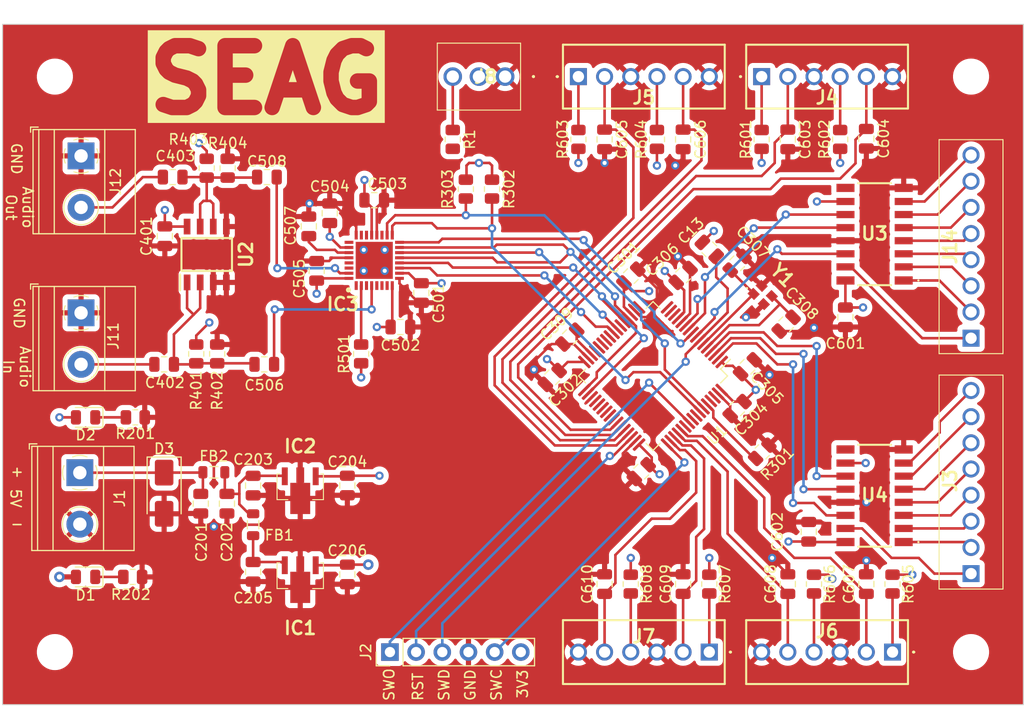
<source format=kicad_pcb>
(kicad_pcb (version 20221018) (generator pcbnew)
  (layers (0 "F.Cu" signal) (1 "In1.Cu" power) (2 "In2.Cu" power) (31 "B.Cu" signal) (34 "B.Paste" user) (35 "F.Paste" user) (36 "B.SilkS" user "B.Silkscreen") (37 "F.SilkS" user "F.Silkscreen") (38 "B.Mask" user) (39 "F.Mask" user) (44 "Edge.Cuts" user))
  (net 0 "")
  (net 1 "Net-(IC2-IN)")
  (net 2 "Net-(IC1-IN)")
  (net 3 "+3.3VA")
  (net 4 "GND")
  (net 5 "+3V3")
  (net 6 "/MCU/SWO")
  (net 7 "/MCU/NRST")
  (net 8 "/MCU/SWDIO")
  (net 9 "/MCU/SWCLK")
  (net 10 "/MCU/OSC_IN")
  (net 11 "/MCU/OSC_OUT")
  (net 17 "MCLK")
  (net 23 "Net-(U1-VCAP_1)")
  (net 24 "unconnected-(U1-PB14-Pad35)")
  (net 31 "Net-(D3-A1)")
  (net 34 "Net-(D1-K)")
  (net 35 "Net-(D2-K)")
  (net 36 "Net-(IC3-LINPUT3{slash}JD2)")
  (net 37 "AudioInFilt")
  (net 38 "/MCU/BOOT0")
  (net 50 "I2C.SDA")
  (net 51 "I2C.SCL")
  (net 53 "/IO/Q0b")
  (net 54 "/IO/Q1b")
  (net 55 "/IO/Q2b")
  (net 56 "/IO/Q3b")
  (net 57 "/IO/Q4b")
  (net 58 "/IO/Q5b")
  (net 59 "/IO/Q6b")
  (net 60 "/IO/Q7b")
  (net 61 "/IO/Q0l")
  (net 62 "/IO/Q1l")
  (net 63 "/IO/Q2l")
  (net 64 "/IO/Q3l")
  (net 65 "/IO/Q4l")
  (net 66 "/IO/Q5l")
  (net 67 "/IO/Q6l")
  (net 68 "/IO/Q7l")
  (net 69 "ShiftRegFDat")
  (net 70 "ShiftRegFClk")
  (net 71 "I2S.ASD")
  (net 72 "I2S.WS")
  (net 73 "I2S.CLK")
  (net 74 "I2S.DSD")
  (net 75 "ShiftRegBarDat")
  (net 76 "ShiftRegBarClk")
  (net 77 "ShiftRegBarStoClk")
  (net 79 "ShiftRegFStoClk")
  (net 80 "/AudioFiltering/AudioIn")
  (net 81 "Net-(IC3-LINPUT1)")
  (net 82 "Net-(IC3-VMID)")
  (net 83 "Net-(IC3-HP_L)")
  (net 84 "AudioOut")
  (net 85 "Net-(J12-Pin_2)")
  (net 86 "ToggleInput8")
  (net 87 "ToggleInput7")
  (net 88 "ToggleInput6")
  (net 89 "ToggleInput5")
  (net 90 "ToggleInput4")
  (net 91 "ToggleInput3")
  (net 92 "ToggleInput2")
  (net 93 "ToggleInput1")
  (net 94 "Net-(J4-Pin_1)")
  (net 95 "Net-(J4-Pin_4)")
  (net 96 "Net-(J5-Pin_1)")
  (net 97 "Net-(J5-Pin_4)")
  (net 98 "Net-(J6-Pin_1)")
  (net 99 "Net-(J6-Pin_4)")
  (net 100 "Net-(J7-Pin_1)")
  (net 101 "Net-(J7-Pin_4)")
  (net 105 "PotInput")
  (net 106 "Net-(J8-Pin_3)")
  (footprint "TerminalBlock_Phoenix:TerminalBlock_Phoenix_MKDS-1,5-2_1x02_P5.00mm_Horizontal" (layer "F.Cu") (at 58.3 129.9 -90)
    (fp_text reference "J1")
    (fp_text value "Screw_Terminal_01x02")
  )
  (footprint "Resistor_SMD:R_0805_2012Metric" (layer "F.Cu") (at 124.46 97.536 -90)
    (fp_text reference "R601")
    (fp_text value "10K")
  )
  (footprint "MyLibrary:AP736533YG13" (layer "F.Cu") (at 79.687 139.904 180)
    (fp_text reference "IC1")
    (fp_text value "~" hide)
  )
  (footprint "Capacitor_SMD:C_0805_2012Metric" (layer "F.Cu") (at 66.482 119.38)
    (fp_text reference "C402")
    (fp_text value "100n")
  )
  (footprint "Capacitor_SMD:C_0805_2012Metric" (layer "F.Cu") (at 82.55 104.707999 90)
    (fp_text reference "C504")
    (fp_text value "4u7")
  )
  (footprint "TerminalBlock_Phoenix:TerminalBlock_Phoenix_MKDS-1,5-2_1x02_P5.00mm_Horizontal" (layer "F.Cu") (at 58.42 114.38 -90)
    (fp_text reference "J11")
    (fp_text value "Screw_Terminal_01x02")
  )
  (footprint "SamacSys_Parts:SOIC127P600X175-8N" (layer "F.Cu") (at 70.612 108.712 90)
    (fp_text reference "U2")
    (fp_text value "~" hide)
  )
  (footprint "SamacSys_Parts:1725711" (layer "F.Cu") (at 144.78 116.84 90)
    (fp_text reference "J14")
    (fp_text value "Screw_Terminal_01x08" hide)
  )
  (footprint "Capacitor_SMD:C_0805_2012Metric" (layer "F.Cu") (at 76.454 101.1955 180)
    (fp_text reference "C508")
    (fp_text value "100u")
  )
  (footprint "MountingHole:MountingHole_3mm" (layer "F.Cu") (at 144.78 147.32)
    (fp_text reference "H4" hide)
    (fp_text value "MountingHole")
  )
  (footprint "Capacitor_SMD:C_0805_2012Metric" (layer "F.Cu") (at 119.38 108.204 -45)
    (fp_text reference "C13")
    (fp_text value "100n")
  )
  (footprint "Capacitor_SMD:C_0805_2012Metric" (layer "F.Cu") (at 89.408001 115.75326)
    (fp_text reference "C502")
    (fp_text value "100n")
  )
  (footprint "Resistor_SMD:R_0805_2012Metric" (layer "F.Cu") (at 63.685 124.526 180)
    (fp_text reference "R201")
    (fp_text value "1K")
  )
  (footprint "Capacitor_SMD:C_0805_2012Metric" (layer "F.Cu") (at 123.083608 119.610734 45)
    (fp_text reference "C305")
    (fp_text value "100n")
  )
  (footprint "Capacitor_SMD:C_0805_2012Metric" (layer "F.Cu") (at 127 140.716 90)
    (fp_text reference "C608")
    (fp_text value "100n")
  )
  (footprint "Resistor_SMD:R_0805_2012Metric" (layer "F.Cu") (at 124.520449 127.87257 -135)
    (fp_text reference "R301")
    (fp_text value "10K")
  )
  (footprint "Capacitor_SMD:C_0805_2012Metric" (layer "F.Cu") (at 127 97.536 -90)
    (fp_text reference "C603")
    (fp_text value "100n")
  )
  (footprint "Capacitor_SMD:C_0805_2012Metric" (layer "F.Cu") (at 109.22 140.716 90)
    (fp_text reference "C610")
    (fp_text value "100n")
  )
  (footprint "Resistor_SMD:R_0805_2012Metric" (layer "F.Cu") (at 106.68 97.536 -90)
    (fp_text reference "R603")
    (fp_text value "10K")
  )
  (footprint "Resistor_SMD:R_0805_2012Metric" (layer "F.Cu") (at 70.612 100.33 90)
    (fp_text reference "R403")
    (fp_text value "100K")
  )
  (footprint "Capacitor_SMD:C_0805_2012Metric" (layer "F.Cu") (at 134.62 97.47 -90)
    (fp_text reference "C604")
    (fp_text value "100n")
  )
  (footprint "SamacSys_Parts:1725711" (layer "F.Cu") (at 144.78 139.7 90)
    (fp_text reference "J3")
    (fp_text value "Screw_Terminal_01x08" hide)
  )
  (footprint "Capacitor_SMD:C_0805_2012Metric" (layer "F.Cu") (at 134.62 140.716 90)
    (fp_text reference "C607")
    (fp_text value "100n")
  )
  (footprint "Resistor_SMD:R_0805_2012Metric" (layer "F.Cu") (at 129.54 140.716 90)
    (fp_text reference "R606")
    (fp_text value "10K")
  )
  (footprint "Capacitor_SMD:C_0805_2012Metric" (layer "F.Cu") (at 66.547999 106.934 -90)
    (fp_text reference "C401")
    (fp_text value "100n")
  )
  (footprint "Resistor_SMD:R_0805_2012Metric" (layer "F.Cu") (at 98.298 102.362 -90)
    (fp_text reference "R302")
    (fp_text value "10K")
  )
  (footprint "Capacitor_SMD:C_0805_2012Metric" (layer "F.Cu") (at 112.776 129.794 -135)
    (fp_text reference "C303" hide)
    (fp_text value "100n")
  )
  (footprint "SamacSys_Parts:74HC595DQ100118" (layer "F.Cu") (at 135.42 132.14 180)
    (fp_text reference "U4")
    (fp_text value "~" hide)
  )
  (footprint "Capacitor_SMD:C_0805_2012Metric" (layer "F.Cu") (at 84.259 139.779 -90)
    (fp_text reference "C206")
    (fp_text value "1u")
  )
  (footprint "SamacSys_Parts:FW2500025Z" (layer "F.Cu") (at 124.566066 112.643883 -45)
    (fp_text reference "Y1")
    (fp_text value "Crystal_GND24" hide)
  )
  (footprint "SamacSys_Parts:2828343" (layer "F.Cu") (at 99.568 91.44 180)
    (fp_text reference "J8")
    (fp_text value "Screw_Terminal_01x03" hide)
  )
  (footprint "Capacitor_SMD:C_0805_2012Metric" (layer "F.Cu") (at 104.14 120.65 -135)
    (fp_text reference "C302")
    (fp_text value "100n")
  )
  (footprint "Resistor_SMD:R_0805_2012Metric" (layer "F.Cu") (at 114.3 97.536 -90)
    (fp_text reference "R604")
    (fp_text value "10K")
  )
  (footprint "Resistor_SMD:R_0805_2012Metric" (layer "F.Cu") (at 71.628 118.364 90)
    (fp_text reference "R402")
    (fp_text value "100K")
  )
  (footprint "Capacitor_SMD:C_0805_2012Metric" (layer "F.Cu") (at 116.84 97.536 -90)
    (fp_text reference "C606")
    (fp_text value "100n")
  )
  (footprint "Capacitor_SMD:C_0805_2012Metric" (layer "F.Cu") (at 129.032 135.636 90)
    (fp_text reference "C602")
    (fp_text value "100n")
  )
  (footprint "MyLibrary:AP736533YG13" (layer "F.Cu") (at 79.687 131.268 180)
    (fp_text reference "IC2")
    (fp_text value "~" hide)
  )
  (footprint "Capacitor_SMD:C_0805_2012Metric" (layer "F.Cu") (at 116.84 110.744 45)
    (fp_text reference "C306")
    (fp_text value "100n")
  )
  (footprint "Capacitor_SMD:C_0805_2012Metric" (layer "F.Cu") (at 75.115 131.152 -90)
    (fp_text reference "C203")
    (fp_text value "1u")
  )
  (footprint "Capacitor_SMD:C_0805_2012Metric" (layer "F.Cu") (at 75.115 139.525 -90)
    (fp_text reference "C205")
    (fp_text value "1u")
  )
  (footprint "Capacitor_SMD:C_0805_2012Metric" (layer "F.Cu") (at 109.22 97.536 -90)
    (fp_text reference "C605")
    (fp_text value "100n")
  )
  (footprint "LED_SMD:LED_0805_2012Metric" (layer "F.Cu") (at 58.859 140.02 180)
    (fp_text reference "D1")
    (fp_text value "RED LED")
  )
  (footprint "SamacSys_Parts:1725698" (layer "F.Cu") (at 137.16 147.32 180)
    (fp_text reference "J6")
    (fp_text value "Screw_Terminal_01x06" hide)
  )
  (footprint "Resistor_SMD:R_0805_2012Metric" (layer "F.Cu") (at 119.38 140.716 90)
    (fp_text reference "R607")
    (fp_text value "10K")
  )
  (footprint "Capacitor_SMD:C_0805_2012Metric" (layer "F.Cu") (at 84.259 131.143 -90)
    (fp_text reference "C204")
    (fp_text value "1u")
  )
  (footprint "Capacitor_SMD:C_0805_2012Metric" (layer "F.Cu") (at 80.518 105.977998 90)
    (fp_text reference "C507")
    (fp_text value "4.7u")
  )
  (footprint "Capacitor_SMD:C_0805_2012Metric" (layer "F.Cu") (at 81.280001 110.295998 90)
    (fp_text reference "C505")
    (fp_text value "100n")
  )
  (footprint "Resistor_SMD:R_0805_2012Metric" (layer "F.Cu") (at 69.596 118.364 -90)
    (fp_text reference "R401")
    (fp_text value "100K")
  )
  (footprint "Capacitor_SMD:C_0805_2012Metric" (layer "F.Cu") (at 72.575 132.908 -90)
    (fp_text reference "C202")
    (fp_text value "2u2")
  )
  (footprint "SamacSys_Parts:1725698" (layer "F.Cu") (at 124.46 91.44)
    (fp_text reference "J4")
    (fp_text value "Screw_Terminal_01x06" hide)
  )
  (footprint "Diode_SMD:D_SMA" (layer "F.Cu") (at 66.479 131.892 -90)
    (fp_text reference "D3")
    (fp_text value "SMAJ6.5A")
  )
  (footprint "Connector_PinHeader_2.54mm:PinHeader_1x06_P2.54mm_Vertical" (layer "F.Cu") (at 88.392 147.32 90)
    (fp_text reference "J2")
    (fp_text value "Conn_01x06_Pin")
  )
  (footprint "SamacSys_Parts:1725698" (layer "F.Cu") (at 119.38 147.32 180)
    (fp_text reference "J7")
    (fp_text value "Screw_Terminal_01x06" hide)
  )
  (footprint "Capacitor_SMD:C_0805_2012Metric" (layer "F.Cu") (at 126.836249 115.479751 -135)
    (fp_text reference "C308")
    (fp_text value "4p")
  )
  (footprint "Resistor_SMD:R_0805_2012Metric" (layer "F.Cu") (at 137.16 140.716 90)
    (fp_text reference "R605")
    (fp_text value "10K")
  )
  (footprint "Capacitor_SMD:C_0805_2012Metric" (layer "F.Cu") (at 111.768485 110.810083 45)
    (fp_text reference "C301")
    (fp_text value "100n")
  )
  (footprint "LED_SMD:LED_0805_2012Metric" (layer "F.Cu") (at 58.859 124.526 180)
    (fp_text reference "D2")
    (fp_text value "RED LED")
  )
  (footprint "Capacitor_SMD:C_0805_2012Metric" (layer "F.Cu") (at 122.079179 123.66845 -135)
    (fp_text reference "C304")
    (fp_text value "100n")
  )
  (footprint "Capacitor_SMD:C_0805_2012Metric" (layer "F.Cu") (at 132.588 114.808 -90)
    (fp_text reference "C601")
    (fp_text value "100n")
  )
  (footprint "Resistor_SMD:R_0805_2012Metric" (layer "F.Cu") (at 63.431 140.02)
    (fp_text reference "R202")
    (fp_text value "1K")
  )
  (footprint "TerminalBlock_Phoenix:TerminalBlock_Phoenix_MKDS-1,5-2_1x02_P5.00mm_Horizontal" (layer "F.Cu") (at 58.42 99.14 -90)
    (fp_text reference "J12")
    (fp_text value "Screw_Terminal_01x02")
  )
  (footprint "Capacitor_SMD:C_0805_2012Metric" (layer "F.Cu") (at 122.083751 109.564249 45)
    (fp_text reference "C307")
    (fp_text value "4p")
  )
  (footprint "MountingHole:MountingHole_3mm" (layer "F.Cu") (at 55.88 91.44)
    (fp_text reference "H1" hide)
    (fp_text value "MountingHole")
  )
  (footprint "Inductor_SMD:L_0805_2012Metric" (layer "F.Cu") (at 75.115 134.953 -90)
    (fp_text reference "FB1")
    (fp_text value "120R")
  )
  (footprint "Capacitor_SMD:C_0805_2012Metric" (layer "F.Cu") (at 105.841516 116.737052 -135)
    (fp_text reference "C309")
    (fp_text value "4.7u")
  )
  (footprint "Inductor_SMD:L_0805_2012Metric" (layer "F.Cu") (at 71.305 129.86)
    (fp_text reference "FB2")
    (fp_text value "600R")
  )
  (footprint "Resistor_SMD:R_0805_2012Metric" (layer "F.Cu") (at 94.488 97.536 -90)
    (fp_text reference "R1")
    (fp_text value "10K")
  )
  (footprint "Capacitor_SMD:C_0805_2012Metric" (layer "F.Cu") (at 91.44 112.451261 -90)
    (fp_text reference "C501")
    (fp_text value "100n")
  )
  (footprint "Resistor_SMD:R_0805_2012Metric" (layer "F.Cu") (at 95.758 102.362 -90)
    (fp_text reference "R303")
    (fp_text value "10K")
  )
  (footprint "SamacSys_Parts:QFN50P500X500X100-33N" (layer "F.Cu") (at 86.868 109.28 90)
    (fp_text reference "IC3")
    (fp_text value "~" hide)
  )
  (footprint "Package_QFP:LQFP-64_10x10mm_P0.5mm" (layer "F.Cu") (at 113.923747 120.508759 -135)
    (fp_text reference "U1")
    (fp_text value "STM32F722RCTx")
  )
  (footprint "Resistor_SMD:R_0805_2012Metric" (layer "F.Cu") (at 85.598 118.364 90)
    (fp_text reference "R501")
    (fp_text value "33k")
  )
  (footprint "Capacitor_SMD:C_0805_2012Metric" (layer "F.Cu") (at 67.31 101.1955 180)
    (fp_text reference "C403")
    (fp_text value "100n")
  )
  (footprint "MountingHole:MountingHole_3mm" (layer "F.Cu") (at 144.78 91.44)
    (fp_text reference "H3" hide)
    (fp_text value "MountingHole")
  )
  (footprint "Capacitor_SMD:C_0805_2012Metric" (layer "F.Cu") (at 116.84 140.716 90)
    (fp_text reference "C609")
    (fp_text value "100n")
  )
  (footprint "SamacSys_Parts:1725698" (layer "F.Cu") (at 106.68 91.44)
    (fp_text reference "J5")
    (fp_text value "Screw_Terminal_01x06" hide)
  )
  (footprint "Capacitor_SMD:C_0805_2012Metric" (layer "F.Cu") (at 70.035 132.908 -90)
    (fp_text reference "C201")
    (fp_text value "100u")
  )
  (footprint "Capacitor_SMD:C_0805_2012Metric" (layer "F.Cu") (at 86.868 103.437997)
    (fp_text reference "C503")
    (fp_text value "4u7")
  )
  (footprint "Capacitor_SMD:C_0805_2012Metric" (layer "F.Cu") (at 76.2 119.38)
    (fp_text reference "C506")
    (fp_text value "1u")
  )
  (footprint "Resistor_SMD:R_0805_2012Metric" (layer "F.Cu") (at 111.76 140.716 90)
    (fp_text reference "R608")
    (fp_text value "10K")
  )
  (footprint "Resistor_SMD:R_0805_2012Metric" (layer "F.Cu") (at 72.644 100.33 90)
    (fp_text reference "R404")
    (fp_text value "100K")
  )
  (footprint "MountingHole:MountingHole_3mm" (layer "F.Cu") (at 55.88 147.32)
    (fp_text reference "H2" hide)
    (fp_text value "MountingHole")
  )
  (footprint "Resistor_SMD:R_0805_2012Metric" (layer "F.Cu") (at 132.08 97.536 -90)
    (fp_text reference "R602")
    (fp_text value "10K")
  )
  (footprint "SamacSys_Parts:74HC595DQ100118" (layer "F.Cu") (at 135.42 106.74 180)
    (fp_text reference "U3")
    (fp_text value "~" hide)
  )
  (gr_rect (start 50.8 86.36) (end 149.86 152.424) (stroke (width 0.1)) (fill none) (layer "Edge.Cuts"))
  (gr_text "Audio\nOut" (at 51.054 104.14 -90) (layer "F.SilkS") (effects (font (size 1 1)) (justify bottom)))
  (gr_text "SWO" (at 88.9 152.146 90) (layer "F.SilkS") (effects (font (size 1 1)) (justify left bottom)))
  (gr_text "GND" (at 51.816 112.776 -90) (layer "F.SilkS") (effects (font (size 1 1)) (justify left bottom)))
  (gr_text "Audio\nIn" (at 50.8 119.634 -90) (layer "F.SilkS") (effects (font (size 1 1)) (justify bottom)))
  (gr_text "SWD" (at 94.234 152.146 90) (layer "F.SilkS") (effects (font (size 1 1)) (justify left bottom)))
  (gr_text "5V" (at 51.493 131.384 -90) (layer "F.SilkS") (effects (font (size 1 1)) (justify left bottom)))
  (gr_text "3V3" (at 101.854 151.892 90) (layer "F.SilkS") (effects (font (size 1 1)) (justify left bottom)))
  (gr_text "SEAG" (at 64.262 95.25) (layer "F.SilkS" knockout) (effects (font (size 6 6) (thickness 1.5) bold) (justify left bottom)))
  (gr_text "RST" (at 91.694 152.146 90) (layer "F.SilkS") (effects (font (size 1 1)) (justify left bottom)))
  (gr_text "GND" (at 51.562001 97.79 -90) (layer "F.SilkS") (effects (font (size 1 1)) (justify left bottom)))
  (gr_text "-" (at 51.493 135.448) (layer "F.SilkS") (effects (font (size 1 1)) (justify left bottom)))
  (gr_text "GND" (at 96.774 152.146 90) (layer "F.SilkS") (effects (font (size 1 1)) (justify left bottom)))
  (gr_text "SWC" (at 99.314 152.146 90) (layer "F.SilkS") (effects (font (size 1 1)) (justify left bottom)))
  (gr_text "+" (at 51.493 130.368) (layer "F.SilkS") (effects (font (size 1 1)) (justify left bottom)))
  (segment (start 72.3675 129.86) (end 72.3675 131.7505) (width 0.25) (layer "F.Cu") (net 1))
  (segment (start 74.522 130.202) (end 75.115 130.202) (width 0.25) (layer "F.Cu") (net 1))
  (segment (start 78.138 130.202) (end 78.187 130.251) (width 0.25) (layer "F.Cu") (net 1))
  (segment (start 72.575 131.958) (end 73.779 131.958) (width 0.25) (layer "F.Cu") (net 1))
  (segment (start 73.779 132.961) (end 74.7085 133.8905) (width 0.25) (layer "F.Cu") (net 1))
  (segment (start 72.3675 131.7505) (end 72.575 131.958) (width 0.25) (layer "F.Cu") (net 1))
  (segment (start 73.779 131.958) (end 73.779 130.945) (width 0.25) (layer "F.Cu") (net 1))
  (segment (start 74.7085 133.8905) (end 75.115 133.8905) (width 0.25) (layer "F.Cu") (net 1))
  (segment (start 75.115 130.202) (end 78.138 130.202) (width 0.25) (layer "F.Cu") (net 1))
  (segment (start 73.779 131.958) (end 73.779 132.961) (width 0.25) (layer "F.Cu") (net 1))
  (segment (start 73.779 130.945) (end 74.522 130.202) (width 0.25) (layer "F.Cu") (net 1))
  (segment (start 77.875 138.575) (end 78.187 138.887) (width 0.25) (layer "F.Cu") (net 2))
  (segment (start 75.115 138.575) (end 77.875 138.575) (width 0.25) (layer "F.Cu") (net 2))
  (segment (start 75.115 136.0155) (end 75.115 138.575) (width 0.25) (layer "F.Cu") (net 2))
  (segment (start 84.201 138.887) (end 84.259 138.829) (width 0.25) (layer "F.Cu") (net 3))
  (segment (start 116.941511 112.189013) (end 116.168249 111.415751) (width 0.25) (layer "F.Cu") (net 3))
  (segment (start 84.418 111.029998) (end 81.496 111.029997) (width 0.25) (layer "F.Cu") (net 3))
  (segment (start 81.318 111.029997) (end 81.280001 110.991999) (width 0.25) (layer "F.Cu") (net 3))
  (segment (start 116.345588 114.904938) (end 116.941511 114.309015) (width 0.25) (layer "F.Cu") (net 3))
  (segment (start 81.187 138.887) (end 84.201 138.887) (width 0.25) (layer "F.Cu") (net 3))
  (segment (start 70.612 99.4175) (end 70.612 98.6555) (width 0.25) (layer "F.Cu") (net 3))
  (segment (start 86.618001 104.137998) (end 85.918001 103.437998) (width 0.25) (layer "F.Cu") (net 3))
  (segment (start 70.612 98.6555) (end 69.85 97.8935) (width 0.25) (layer "F.Cu") (net 3))
  (segment (start 66.547999 105.984) (end 66.548 104.394) (width 0.25) (layer "F.Cu") (net 3))
  (segment (start 115.062 110.309502) (end 116.168249 111.415751) (width 0.25) (layer "F.Cu") (net 3))
  (segment (start 66.565 106.001) (end 66.547999 105.984001) (width 0.25) (layer "F.Cu") (net 3))
  (segment (start 86.618001 106.829998) (end 86.618001 104.137998) (width 0.25) (layer "F.Cu") (net 3))
  (segment (start 81.280001 111.245998) (end 81.28 112.522) (width 0.25) (layer "F.Cu") (net 3))
  (segment (start 85.918 103.437999) (end 85.918 101.471999) (width 0.25) (layer "F.Cu") (net 3))
  (segment (start 57.9215 140.02) (end 56.319 140.02) (width 0.508) (layer "F.Cu") (net 3))
  (segment (start 68.706999 106.001) (end 66.565 106.001) (width 0.25) (layer "F.Cu") (net 3))
  (segment (start 82.55 106.993999) (end 82.55 105.657997) (width 0.25) (layer "F.Cu") (net 3))
  (segment (start 85.598 119.2765) (end 85.598 120.65) (width 0.25) (layer "F.Cu") (net 3))
  (segment (start 86.466 139.004) (end 86.291 138.829) (width 0.25) (layer "F.Cu") (net 3))
  (segment (start 116.941511 114.309015) (end 116.941511 112.189013) (width 0.25) (layer "F.Cu") (net 3))
  (segment (start 86.291 138.829) (end 84.259 138.829) (width 0.25) (layer "F.Cu") (net 3))
  (segment (start 81.496 111.029997) (end 81.280001 111.245998) (width 0.25) (layer "F.Cu") (net 3))
  (segment (start 69.596 117.4515) (end 69.596 116.586) (width 0.25) (layer "F.Cu") (net 3))
  (segment (start 69.596 116.586) (end 70.866 115.316) (width 0.25) (layer "F.Cu") (net 3))
  (segment (start 83.586 108.03) (end 84.418 108.03) (width 0.25) (layer "F.Cu") (net 3))
  (segment (start 82.55 106.993999) (end 83.586 108.03) (width 0.25) (layer "F.Cu") (net 3))
  (via (at 69.85 97.8935) (size 0.8) (drill 0.4) (layers "F.Cu" "B.Cu") (net 3))
  (via (at 82.55 106.993999) (size 0.8) (drill 0.4) (layers "F.Cu" "B.Cu") (net 3))
  (via (at 85.918001 101.471998) (size 0.8) (drill 0.4) (layers "F.Cu" "B.Cu") (net 3))
  (via (at 85.598 120.65) (size 0.8) (drill 0.4) (layers "F.Cu" "B.Cu") (net 3))
  (via (at 56.319 140.02) (size 1.016) (drill 0.508) (layers "F.Cu" "B.Cu") (net 3))
  (via (at 81.28 112.522) (size 0.8) (drill 0.4) (layers "F.Cu" "B.Cu") (net 3))
  (via (at 86.291 138.829) (size 1.016) (drill 0.508) (layers "F.Cu" "B.Cu") (net 3))
  (via (at 66.548 104.394) (size 0.8) (drill 0.4) (layers "F.Cu" "B.Cu") (net 3))
  (via (at 70.866 115.316) (size 0.8) (drill 0.4) (layers "F.Cu" "B.Cu") (net 3))
  (via (at 115.062 110.309502) (size 0.8) (drill 0.4) (layers "F.Cu" "B.Cu") (net 3))
  (segment (start 112.804937 114.793755) (end 113.298245 114.793755) (width 0.25) (layer "F.Cu") (net 4))
  (segment (start 112.209013 114.197831) (end 112.804937 114.793755) (width 0.25) (layer "F.Cu") (net 4))
  (segment (start 105.169765 117.408803) (end 104.069892 117.408803) (width 0.25) (layer "F.Cu") (net 4))
  (segment (start 87.118 106.829997) (end 87.118001 104.137998) (width 0.25) (layer "F.Cu") (net 4))
  (segment (start 116.84 98.486) (end 116.84 99.314) (width 0.25) (layer "F.Cu") (net 4))
  (segment (start 82.55 103.757998) (end 82.870002 103.757999) (width 0.25) (layer "F.Cu") (net 4))
  (segment (start 87.118001 104.137998) (end 87.818 103.437999) (width 0.25) (layer "F.Cu") (net 4))
  (segment (start 110.998 128.0307) (end 110.998 129.359502) (width 0.25) (layer "F.Cu") (net 4))
  (segment (start 103.468249 121.321751) (end 102.362 120.215502) (width 0.25) (layer "F.Cu") (net 4))
  (segment (start 134.62 139.766) (end 134.62 138.43) (width 0.25) (layer "F.Cu") (net 4))
  (segment (start 129.212498 116.151502) (end 129.54 115.824) (width 0.25) (layer "F.Cu") (net 4))
  (segment (start 84.418 109.029999) (end 82.8 109.029999) (width 0.25) (layer "F.Cu") (net 4))
  (segment (start 102.362 120.215502) (end 102.362 119.888) (width 0.25) (layer "F.Cu") (net 4))
  (segment (start 114.3 111.998096) (end 112.440236 110.138332) (width 0.25) (layer "F.Cu") (net 4))
  (segment (start 70.035 134.686) (end 70.035 133.858) (width 0.25) (layer "F.Cu") (net 4))
  (segment (start 116.332 108.892498) (end 117.511751 110.072249) (width 0.25) (layer "F.Cu") (net 4))
  (segment (start 112.209013 114.197831) (end 111.613088 113.601908) (width 0.25) (layer "F.Cu") (net 4))
  (segment (start 125.222 120.405624) (end 125.212376 120.396) (width 0.25) (layer "F.Cu") (net 4))
  (segment (start 120.234675 122.223493) (end 121.407428 123.396247) (width 0.25) (layer "F.Cu") (net 4))
  (segment (start 113.298245 114.793755) (end 114.3 113.792) (width 0.25) (layer "F.Cu") (net 4))
  (segment (start 104.069892 117.408803) (end 102.362 119.116695) (width 0.25) (layer "F.Cu") (net 4))
  (segment (start 122.936 114.808) (end 123.391898 114.808) (width 0.25) (layer "F.Cu") (net 4))
  (segment (start 70.477 135.128) (end 70.035 134.686) (width 0.25) (layer "F.Cu") (net 4))
  (segment (start 134.62 132.775) (end 132.595 132.775) (width 0.25) (layer "F.Cu") (net 4))
  (segment (start 105.169765 117.408803) (end 106.227597 117.408803) (width 0.25) (layer "F.Cu") (net 4))
  (segment (start 102.362 119.116695) (end 102.362 119.888) (width 0.25) (layer "F.Cu") (net 4))
  (segment (start 114.3 113.792) (end 114.3 111.998096) (width 0.25) (layer "F.Cu") (net 4))
  (segment (start 116.699141 115.258491) (end 117.511751 114.445881) (width 0.25) (layer "F.Cu") (net 4))
  (segment (start 82.870002 103.757999) (end 85.118001 106.005998) (width 0.25) (layer "F.Cu") (net 4))
  (segment (start 123.755359 118.938983) (end 125.212376 120.396) (width 0.25) (layer "F.Cu") (net 4))
  (segment (start 72.575 134.686) (end 72.575 133.858) (width 0.25) (layer "F.Cu") (net 4))
  (segment (start 72.133 135.128) (end 72.575 134.686) (width 0.25) (layer "F.Cu") (net 4))
  (segment (start 125.212376 120.396) (end 125.222 120.396) (width 0.25) (layer "F.Cu") (net 4))
  (segment (start 80.518 103.823998) (end 80.584 103.757998) (width 0.25) (layer "F.Cu") (net 4))
  (segment (start 71.305 135.128) (end 72.133 135.128) (width 0.25) (layer "F.Cu") (net 4))
  (segment (start 71.305 135.128) (end 70.477 135.128) (width 0.25) (layer "F.Cu") (net 4))
  (segment (start 110.998 129.359502) (end 112.104249 130.465751) (width 0.25) (layer "F.Cu") (net 4))
  (segment (start 80.584 103.757998) (end 82.55 103.757998) (width 0.25) (layer "F.Cu") (net 4))
  (segment (start 112.209013 126.819687) (end 110.998 128.0307) (width 0.25) (layer "F.Cu") (net 4))
  (segment (start 106.227597 117.408803) (end 107.612819 118.794025) (width 0.25) (layer "F.Cu") (net 4))
  (segment (start 126.164498 116.151502) (end 129.212498 116.151502) (width 0.25) (layer "F.Cu") (net 4))
  (segment (start 122.936 114.808) (end 122.936 114.554) (width 0.25) (layer "F.Cu") (net 4))
  (segment (start 109.22 99.822) (end 109.22 98.486) (width 0.25) (layer "F.Cu") (net 4))
  (segment (start 81.596002 109.029998) (end 81.280001 109.346) (width 0.25) (layer "F.Cu") (net 4))
  (segment (start 89.318002 111.53326) (end 91.186002 113.40126) (width 0.25) (layer "F.Cu") (net 4))
  (segment (start 116.84 99.314) (end 116.078 100.076) (width 0.25) (layer "F.Cu") (net 4))
  (segment (start 89.318002 111.029999) (end 89.318002 111.53326) (width 0.25) (layer "F.Cu") (net 4))
  (segment (start 121.407428 123.396247) (end 121.407428 124.340201) (width 0.25) (layer "F.Cu") (net 4))
  (segment (start 117.511751 114.445881) (end 117.511751 110.072249) (width 0.25) (layer "F.Cu") (net 4))
  (segment (start 82.484 109.345998) (end 81.280001 109.346) (width 0.25) (layer "F.Cu") (net 4))
  (segment (start 80.518 105.028) (end 80.518 103.823998) (width 0.25) (layer "F.Cu") (net 4))
  (segment (start 125.476 138.242) (end 127 139.766) (width 0.25) (layer "F.Cu") (net 4))
  (segment (start 125.222 120.396) (end 125.222 120.405624) (width 0.25) (layer "F.Cu") (net 4))
  (segment (start 125.476 138.176) (end 125.476 138.242) (width 0.25) (layer "F.Cu") (net 4))
  (segment (start 85.118001 106.005998) (end 85.118001 106.829998) (width 0.25) (layer "F.Cu") (net 4))
  (segment (start 82.8 109.029999) (end 82.484 109.345998) (width 0.25) (layer "F.Cu") (net 4))
  (segment (start 123.391898 114.808) (end 124.672132 113.527766) (width 0.25) (layer "F.Cu") (net 4))
  (via (at 109.22 99.822) (size 0.8) (drill 0.4) (layers "F.Cu" "B.Cu") (net 4))
  (via (at 116.332 108.892498) (size 0.8) (drill 0.4) (layers "F.Cu" "B.Cu") (net 4))
  (via (at 80.584 103.757998) (size 0.8) (drill 0.4) (layers "F.Cu" "B.Cu") (net 4))
  (via (at 85.852 108.264) (size 0.8) (drill 0.4) (layers "F.Cu" "B.Cu") (net 4))
  (via (at 71.305 135.128) (size 0.8) (drill 0.4) (layers "F.Cu" "B.Cu") (net 4))
  (via (at 125.476 138.176) (size 0.8) (drill 0.4) (layers "F.Cu" "B.Cu") (net 4))
  (via (at 116.078 100.076) (size 0.8) (drill 0.4) (layers "F.Cu" "B.Cu") (net 4))
  (via (at 129.54 115.824) (size 0.8) (drill 0.4) (layers "F.Cu" "B.Cu") (net 4))
  (via (at 125.222 120.396) (size 0.8) (drill 0.4) (layers "F.Cu" "B.Cu") (net 4))
  (via (at 102.362 119.888) (size 0.8) (drill 0.4) (layers "F.Cu" "B.Cu") (net 4))
  (via (at 122.936 114.808) (size 0.8) (drill 0.4) (layers "F.Cu" "B.Cu") (net 4))
  (via (at 134.62 138.43) (size 0.8) (drill 0.4) (layers "F.Cu" "B.Cu") (net 4))
  (via (at 87.884 110.296) (size 0.8) (drill 0.4) (layers "F.Cu" "B.Cu") (net 4))
  (via (at 85.852 110.296) (size 0.8) (drill 0.4) (layers "F.Cu" "B.Cu") (net 4))
  (via (at 87.884 108.264) (size 0.8) (drill 0.4) (layers "F.Cu" "B.Cu") (net 4))
  (via (at 134.62 132.775) (size 0.8) (drill 0.4) (layers "F.Cu" "B.Cu") (net 4))
  (segment (start 132.08 98.4485) (end 132.08 99.822) (width 0.25) (layer "F.Cu") (net 5))
  (segment (start 113.447751 129.122249) (end 114.373502 130.048) (width 0.25) (layer "F.Cu") (net 5))
  (segment (start 121.650302 119.520932) (end 122.411856 120.282486) (width 0.25) (layer "F.Cu") (net 5))
  (segment (start 103.632 118.872) (end 103.705502 118.872) (width 0.25) (layer "F.Cu") (net 5))
  (segment (start 111.096733 113.79266) (end 111.096733 111.481835) (width 0.25) (layer "F.Cu") (net 5))
  (segment (start 84.259 130.193) (end 87.376 130.193) (width 0.25) (layer "F.Cu") (net 5))
  (segment (start 103.705502 118.872) (end 104.811751 119.978249) (width 0.25) (layer "F.Cu") (net 5))
  (segment (start 112.562566 127.17324) (end 113.792 128.402674) (width 0.25) (layer "F.Cu") (net 5))
  (segment (start 123.891831 121.855798) (end 122.750931 122.996698) (width 0.25) (layer "F.Cu") (net 5))
  (segment (start 123.891831 121.855798) (end 122.411857 120.375823) (width 0.25) (layer "F.Cu") (net 5))
  (segment (start 132.588 113.858) (end 134.3 113.858) (width 0.25) (layer "F.Cu") (net 5))
  (segment (start 134.553 128.965) (end 132.595 128.965) (width 0.25) (layer "F.Cu") (net 5))
  (segment (start 84.201 130.251) (end 84.259 130.193) (width 0.25) (layer "F.Cu") (net 5))
  (segment (start 111.855459 114.551385) (end 111.096733 113.79266) (width 0.25) (layer "F.Cu") (net 5))
  (segment (start 95.8215 100.076) (end 95.8215 101.4495) (width 0.25) (layer "F.Cu") (net 5))
  (segment (start 105.642422 119.147578) (end 104.811751 119.978249) (width 0.25) (layer "F.Cu") (net 5))
  (segment (start 121.714987 122.996698) (end 122.750931 122.996698) (width 0.25) (layer "F.Cu") (net 5))
  (segment (start 107.259266 119.147578) (end 105.642422 119.147578) (width 0.25) (layer "F.Cu") (net 5))
  (segment (start 88.618 111.729998) (end 88.618 115.593259) (width 0.25) (layer "F.Cu") (net 5))
  (segment (start 119.814498 106.426) (end 118.708249 107.532249) (width 0.25) (layer "F.Cu") (net 5))
  (segment (start 90.214739 110.529998) (end 91.186001 111.501259) (width 0.25) (layer "F.Cu") (net 5))
  (segment (start 111.8829 112.268) (end 113.538 112.268) (width 0.25) (layer "F.Cu") (net 5))
  (segment (start 98.044 99.822) (end 98.298 100.076) (width 0.25) (layer "F.Cu") (net 5))
  (segment (start 88.458001 115.753262) (end 87.122002 115.75326) (width 0.25) (layer "F.Cu") (net 5))
  (segment (start 122.411857 120.375823) (end 122.411856 120.282486) (width 0.25) (layer "F.Cu") (net 5))
  (segment (start 111.096734 111.481834) (end 111.8829 112.268) (width 0.25) (layer "F.Cu") (net 5))
  (segment (start 57.9215 124.526) (end 56.319 124.526) (width 0.25) (layer "F.Cu") (net 5))
  (segment (start 111.76 139.8035) (end 111.76 138.176) (width 0.25) (layer "F.Cu") (net 5))
  (segment (start 113.538 112.268) (end 113.03 112.268) (width 0.25) (layer "F.Cu") (net 5))
  (segment (start 98.298 100.076) (end 98.298 101.4495) (width 0.25) (layer "F.Cu") (net 5))
  (segment (start 129.54 139.8035) (end 130.9135 139.8035) (width 0.25) (layer "F.Cu") (net 5))
  (segment (start 130.9135 139.8035) (end 131.318 140.208) (width 0.25) (layer "F.Cu") (net 5))
  (segment (start 119.38 139.8035) (end 119.38 138.176) (width 0.25) (layer "F.Cu") (net 5))
  (segment (start 89.318001 110.529999) (end 90.214739 110.529998) (width 0.25) (layer "F.Cu") (net 5))
  (segment (start 124.46 98.4485) (end 124.46 99.822) (width 0.25) (layer "F.Cu") (net 5))
  (segment (start 120.588228 121.86994) (end 121.714987 122.996698) (width 0.25) (layer "F.Cu") (net 5))
  (segment (start 113.792 128.778) (end 113.447751 129.122249) (width 0.25) (layer "F.Cu") (net 5))
  (segment (start 93.406002 111.501258) (end 91.440001 111.501259) (width 0.25) (layer "F.Cu") (net 5))
  (segment (start 81.187 130.251) (end 84.201 130.251) (width 0.25) (layer "F.Cu") (net 5))
  (segment (start 88.618 115.593259) (end 88.458001 115.75326) (width 0.25) (layer "F.Cu") (net 5))
  (segment (start 97.028 99.822) (end 96.0755 99.822) (width 0.25) (layer "F.Cu") (net 5))
  (segment (start 113.792 128.402674) (end 113.792 128.778) (width 0.25) (layer "F.Cu") (net 5))
  (segment (start 129.032 136.586) (end 127.066 136.586) (width 0.25) (layer "F.Cu") (net 5))
  (segment (start 120.588228 119.147579) (end 120.961582 119.520932) (width 0.25) (layer "F.Cu") (net 5))
  (segment (start 114.3 98.4485) (end 114.3 100.076) (width 0.25) (layer "F.Cu") (net 5))
  (segment (start 120.961582 119.520932) (end 121.650302 119.520932) (width 0.25) (layer "F.Cu") (net 5))
  (segment (start 114.373502 130.048) (end 114.554 130.048) (width 0.25) (layer "F.Cu") (net 5))
  (segment (start 96.0755 99.822) (end 95.8215 100.076) (width 0.25) (layer "F.Cu") (net 5))
  (segment (start 132.588 113.858) (end 132.588 111.242) (width 0.25) (layer "F.Cu") (net 5))
  (segment (start 132.588 111.242) (end 132.595 111.235) (width 0.25) (layer "F.Cu") (net 5))
  (segment (start 97.028 99.822) (end 98.044 99.822) (width 0.25) (layer "F.Cu") (net 5))
  (segment (start 132.595 103.565) (end 129.861 103.565) (width 0.25) (layer "F.Cu") (net 5))
  (segment (start 132.595 136.635) (end 129.081 136.635) (width 0.25) (layer "F.Cu") (net 5))
  (segment (start 129.081 136.635) (end 129.032 136.586) (width 0.25) (layer "F.Cu") (net 5))
  (segment (start 106.68 98.4485) (end 106.68 99.822) (width 0.25) (layer "F.Cu") (net 5))
  (segment (start 137.16 139.8035) (end 139.0885 139.8035) (width 0.25) (layer "F.Cu") (net 5))
  (via (at 103.632 118.872) (size 0.8) (drill 0.4) (layers "F.Cu" "B.Cu") (net 5))
  (via (at 119.814498 106.426) (size 0.8) (drill 0.4) (layers "F.Cu" "B.Cu") (net 5))
  (via (at 56.319 124.526) (size 0.8) (drill 0.4) (layers "F.Cu" "B.Cu") (net 5))
  (via (at 87.122002 115.75326) (size 0.8) (drill 0.4) (layers "F.Cu" "B.Cu") (net 5))
  (via (at 131.318 140.208) (size 0.8) (drill 0.4) (layers "F.Cu" "B.Cu") (net 5))
  (via (at 114.3 100.076) (size 0.8) (drill 0.4) (layers "F.Cu" "B.Cu") (net 5))
  (via (at 134.553 128.965) (size 0.8) (drill 0.4) (layers "F.Cu" "B.Cu") (net 5))
  (via (at 139.0885 139.8035) (size 0.8) (drill 0.4) (layers "F.Cu" "B.Cu") (net 5))
  (via (at 97.028 99.822) (size 0.8) (drill 0.4) (layers "F.Cu" "B.Cu") (net 5))
  (via (at 124.46 99.822) (size 0.8) (drill 0.4) (layers "F.Cu" "B.Cu") (net 5))
  (via (at 132.08 99.822) (size 0.8) (drill 0.4) (layers "F.Cu" "B.Cu") (net 5))
  (via (at 106.68 99.822) (size 0.8) (drill 0.4) (layers "F.Cu" "B.Cu") (net 5))
  (via (at 127.066 136.586) (size 0.8) (drill 0.4) (layers "F.Cu" "B.Cu") (net 5))
  (via (at 113.538 112.268) (size 0.8) (drill 0.4) (layers "F.Cu" "B.Cu") (net 5))
  (via (at 93.406002 111.501258) (size 0.8) (drill 0.4) (layers "F.Cu" "B.Cu") (net 5))
  (via (at 114.554 130.048) (size 0.8) (drill 0.4) (layers "F.Cu" "B.Cu") (net 5))
  (via (at 123.891831 121.855798) (size 0.8) (drill 0.4) (layers "F.Cu" "B.Cu") (net 5))
  (via (at 129.825592 103.567482) (size 0.8) (drill 0.4) (layers "F.Cu" "B.Cu") (net 5))
  (via (at 111.76 138.176) (size 0.8) (drill 0.4) (layers "F.Cu" "B.Cu") (net 5))
  (via (at 134.3 113.858) (size 0.8) (drill 0.4) (layers "F.Cu" "B.Cu") (net 5))
  (via (at 87.376 130.193) (size 0.8) (drill 0.4) (layers "F.Cu" "B.Cu") (net 5))
  (via (at 119.38 138.176) (size 0.8) (drill 0.4) (layers "F.Cu" "B.Cu") (net 5))
  (segment (start 117.406248 125.05192) (end 117.406248 125.026248) (width 0.25) (layer "F.Cu") (net 6))
  (segment (start 117.406248 125.026248) (end 113.538 121.158) (width 0.25) (layer "F.Cu") (net 6))
  (via (at 113.538 121.158) (size 0.8) (drill 0.4) (layers "F.Cu" "B.Cu") (net 6))
  (segment (start 113.538 121.158) (end 88.392 146.304) (width 0.25) (layer "B.Cu") (net 6))
  (segment (start 88.392 146.304) (end 88.392 147.32) (width 0.25) (layer "B.Cu") (net 6))
  (segment (start 117.094 119.126) (end 117.094 118.872) (width 0.25) (layer "F.Cu") (net 7))
  (segment (start 120.051751 110.907751) (end 120.051751 108.875751) (width 0.25) (layer "F.Cu") (net 7))
  (segment (start 117.094 118.399166) (end 117.094 119.126) (width 0.25) (layer "F.Cu") (net 7))
  (segment (start 118.466908 117.026258) (end 117.094 118.399166) (width 0.25) (layer "F.Cu") (net 7))
  (segment (start 118.466908 117.026258) (end 121.158 114.335166) (width 0.25) (layer "F.Cu") (net 7))
  (segment (start 121.158 114.335166) (end 121.158 112.014) (width 0.25) (layer "F.Cu") (net 7))
  (segment (start 121.158 112.014) (end 120.051751 110.907751) (width 0.25) (layer "F.Cu") (net 7))
  (via (at 117.094 119.126) (size 0.8) (drill 0.4) (layers "F.Cu" "B.Cu") (net 7))
  (segment (start 90.932 145.288) (end 90.932 147.32) (width 0.25) (layer "B.Cu") (net 7))
  (segment (start 117.094 119.126) (end 90.932 145.288) (width 0.25) (layer "B.Cu") (net 7))
  (segment (start 111.85546 126.466134) (end 110.051594 128.27) (width 0.25) (layer "F.Cu") (net 8))
  (segment (start 110.051594 128.27) (end 109.728 128.27) (width 0.25) (layer "F.Cu") (net 8))
  (via (at 109.728 128.27) (size 0.8) (drill 0.4) (layers "F.Cu" "B.Cu") (net 8))
  (segment (start 93.472 144.526) (end 93.472 147.32) (width 0.25) (layer "B.Cu") (net 8))
  (segment (start 93.472 144.526) (end 109.728 128.27) (width 0.25) (layer "B.Cu") (net 8))
  (segment (start 116.967 128.905) (end 116.967 128.855312) (width 0.25) (layer "F.Cu") (net 9))
  (segment (start 116.967 128.855312) (end 115.284928 127.17324) (width 0.25) (layer "F.Cu") (net 9))
  (via (at 116.967 128.905) (size 0.8) (drill 0.4) (layers "F.Cu" "B.Cu") (net 9))
  (segment (start 98.552 147.32) (end 116.967 128.905) (width 0.25) (layer "B.Cu") (net 9))
  (segment (start 124.206 115.57) (end 126.238 113.538) (width 0.25) (layer "F.Cu") (net 10))
  (segment (start 126.238 113.538) (end 125.449949 112.749949) (width 0.25) (layer "F.Cu") (net 10))
  (segment (start 125.449949 112.749949) (end 127.344249 114.644249) (width 0.25) (layer "F.Cu") (net 10))
  (segment (start 119.174015 117.733365) (end 121.33738 115.57) (width 0.25) (layer "F.Cu") (net 10))
  (segment (start 121.33738 115.57) (end 124.206 115.57) (width 0.25) (layer "F.Cu") (net 10))
  (segment (start 118.820461 117.379811) (end 118.840189 117.379811) (width 0.25) (layer "F.Cu") (net 11))
  (segment (start 118.840189 117.379811) (end 123.682183 112.537817) (width 0.25) (layer "F.Cu") (net 11))
  (segment (start 123.682183 112.506183) (end 121.412 110.236) (width 0.25) (layer "F.Cu") (net 11))
  (segment (start 109.49177 115.723228) (end 110.087693 116.319151) (width 0.25) (layer "F.Cu") (net 17))
  (segment (start 92.97692 110.744) (end 92.26292 110.03) (width 0.25) (layer "F.Cu") (net 17))
  (segment (start 108.357228 115.723228) (end 109.49177 115.723228) (width 0.25) (layer "F.Cu") (net 17))
  (segment (start 103.378 110.744) (end 92.97692 110.744) (width 0.25) (layer "F.Cu") (net 17))
  (segment (start 106.934 114.3) (end 108.357228 115.723228) (width 0.25) (layer "F.Cu") (net 17))
  (segment (start 92.26292 110.03) (end 89.318 110.03) (width 0.25) (layer "F.Cu") (net 17))
  (via (at 103.378 110.744) (size 0.8) (drill 0.4) (layers "F.Cu" "B.Cu") (net 17))
  (via (at 106.934 114.3) (size 0.8) (drill 0.4) (layers "F.Cu" "B.Cu") (net 17))
  (segment (start 106.934 114.3) (end 103.378 110.744) (width 0.25) (layer "B.Cu") (net 17))
  (segment (start 107.966372 118.440472) (end 106.513267 116.987369) (width 0.25) (layer "F.Cu") (net 23))
  (segment (start 106.513267 116.987369) (end 106.513267 116.065299) (width 0.25) (layer "F.Cu") (net 23))
  (segment (start 107.966372 122.577046) (end 107.370448 123.17297) (width 0.25) (layer "F.Cu") (net 24))
  (segment (start 58.3 129.9) (end 66.471 129.9) (width 0.25) (layer "F.Cu") (net 31))
  (segment (start 70.289 129.9065) (end 70.2425 129.86) (width 0.25) (layer "F.Cu") (net 31))
  (segment (start 70.035 130.0675) (end 70.2425 129.86) (width 0.25) (layer "F.Cu") (net 31))
  (segment (start 70.2105 129.892) (end 70.2425 129.86) (width 0.25) (layer "F.Cu") (net 31))
  (segment (start 70.2425 129.86) (end 70.2425 131.7505) (width 0.25) (layer "F.Cu") (net 31))
  (segment (start 66.471 129.9) (end 66.479 129.892) (width 0.25) (layer "F.Cu") (net 31))
  (segment (start 66.479 129.892) (end 70.2105 129.892) (width 0.25) (layer "F.Cu") (net 31))
  (segment (start 70.2425 131.7505) (end 70.035 131.958) (width 0.25) (layer "F.Cu") (net 31))
  (segment (start 62.5185 140.02) (end 59.7965 140.02) (width 0.25) (layer "F.Cu") (net 34))
  (segment (start 62.7725 124.526) (end 59.7965 124.526) (width 0.25) (layer "F.Cu") (net 35))
  (segment (start 85.598 117.4515) (end 85.598 111.75) (width 0.25) (layer "F.Cu") (net 36))
  (segment (start 85.344 117.4515) (end 85.618 117.1775) (width 0.25) (layer "F.Cu") (net 36))
  (segment (start 85.598 111.75) (end 85.618 111.73) (width 0.25) (layer "F.Cu") (net 36))
  (segment (start 71.628 119.2765) (end 75.1465 119.2765) (width 0.25) (layer "F.Cu") (net 37))
  (segment (start 69.342 114.554) (end 69.977 113.919) (width 0.25) (layer "F.Cu") (net 37))
  (segment (start 67.432 119.38) (end 67.432 116.464) (width 0.25) (layer "F.Cu") (net 37))
  (segment (start 71.628 119.2765) (end 69.596 119.2765) (width 0.25) (layer "F.Cu") (net 37))
  (segment (start 68.707 111.423) (end 68.707 113.919) (width 0.25) (layer "F.Cu") (net 37))
  (segment (start 68.707 113.919) (end 69.342 114.554) (width 0.25) (layer "F.Cu") (net 37))
  (segment (start 69.977 113.919) (end 69.977 111.423) (width 0.25) (layer "F.Cu") (net 37))
  (segment (start 75.1465 119.2765) (end 75.25 119.38) (width 0.25) (layer "F.Cu") (net 37))
  (segment (start 67.432 119.38) (end 69.4925 119.38) (width 0.25) (layer "F.Cu") (net 37))
  (segment (start 67.432 116.464) (end 69.342 114.554) (width 0.25) (layer "F.Cu") (net 37))
  (segment (start 69.4925 119.38) (end 69.596 119.2765) (width 0.25) (layer "F.Cu") (net 37))
  (segment (start 119.174014 123.284155) (end 119.76994 123.880079) (width 0.25) (layer "F.Cu") (net 38))
  (segment (start 123.728843 128.517805) (end 123.875214 128.517805) (width 0.25) (layer "F.Cu") (net 38))
  (segment (start 119.76994 123.880079) (end 119.769938 124.558901) (width 0.25) (layer "F.Cu") (net 38))
  (segment (start 119.769938 124.558901) (end 123.728843 128.517805) (width 0.25) (layer "F.Cu") (net 38))
  (segment (start 88.118 106.83) (end 88.118 105.684) (width 0.25) (layer "F.Cu") (net 50))
  (segment (start 88.118 105.684) (end 88.9 104.902) (width 0.25) (layer "F.Cu") (net 50))
  (segment (start 115.062 119.879246) (end 118.820461 123.637707) (width 0.25) (layer "F.Cu") (net 50))
  (segment (start 115.062 117.348) (end 115.062 119.879246) (width 0.25) (layer "F.Cu") (net 50))
  (segment (start 95.758 104.902) (end 95.758 103.2745) (width 0.25) (layer "F.Cu") (net 50))
  (segment (start 88.9 104.902) (end 95.758 104.902) (width 0.25) (layer "F.Cu") (net 50))
  (via (at 95.758 104.902) (size 0.8) (drill 0.4) (layers "F.Cu" "B.Cu") (net 50))
  (via (at 115.062 117.348) (size 0.8) (drill 0.4) (layers "F.Cu" "B.Cu") (net 50))
  (segment (start 112.776 115.062) (end 115.062 117.348) (width 0.25) (layer "B.Cu") (net 50))
  (segment (start 95.758 104.902) (end 103.377999 104.902) (width 0.25) (layer "B.Cu") (net 50))
  (segment (start 103.377999 104.902) (end 112.776 114.300001) (width 0.25) (layer "B.Cu") (net 50))
  (segment (start 112.776 114.300001) (end 112.776 115.062) (width 0.25) (layer "B.Cu") (net 50))
  (segment (start 92.456 105.664) (end 88.9 105.664) (width 0.25) (layer "F.Cu") (net 51))
  (segment (start 92.964 106.172) (end 92.456 105.664) (width 0.25) (layer "F.Cu") (net 51))
  (segment (start 98.298 106.172) (end 92.964 106.172) (width 0.25) (layer "F.Cu") (net 51))
  (segment (start 111.252 120.904) (end 112.014 120.142) (width 0.25) (layer "F.Cu") (net 51))
  (segment (start 112.014 120.142) (end 114.617648 120.142) (width 0.25) (layer "F.Cu") (net 51))
  (segment (start 88.9 105.664) (end 88.618 105.946) (width 0.25) (layer "F.Cu") (net 51))
  (segment (start 114.617648 120.142) (end 118.466908 123.99126) (width 0.25) (layer "F.Cu") (net 51))
  (segment (start 98.298 106.172) (end 98.298 103.2745) (width 0.25) (layer "F.Cu") (net 51))
  (segment (start 88.618 105.946) (end 88.618 106.83) (width 0.25) (layer "F.Cu") (net 51))
  (segment (start 88.618 106.829998) (end 88.618 106.513998) (width 0.25) (layer "F.Cu") (net 51))
  (via (at 111.252 120.904) (size 0.8) (drill 0.4) (layers "F.Cu" "B.Cu") (net 51))
  (via (at 98.298 106.172) (size 0.8) (drill 0.4) (layers "F.Cu" "B.Cu") (net 51))
  (segment (start 98.298 106.172) (end 98.298 107.95) (width 0.25) (layer "B.Cu") (net 51))
  (segment (start 98.298 107.95) (end 111.252 120.904) (width 0.25) (layer "B.Cu") (net 51))
  (segment (start 132.595 109.915) (end 133.12 109.915) (width 0.25) (layer "F.Cu") (net 53))
  (segment (start 140.045 116.84) (end 144.78 116.84) (width 0.25) (layer "F.Cu") (net 53))
  (segment (start 133.12 109.915) (end 140.045 116.84) (width 0.25) (layer "F.Cu") (net 53))
  (segment (start 141.715 111.235) (end 144.78 114.3) (width 0.25) (layer "F.Cu") (net 54))
  (segment (start 138.245 111.235) (end 141.715 111.235) (width 0.25) (layer "F.Cu") (net 54))
  (segment (start 142.935 109.915) (end 144.78 111.76) (width 0.25) (layer "F.Cu") (net 55))
  (segment (start 138.245 109.915) (end 142.935 109.915) (width 0.25) (layer "F.Cu") (net 55))
  (segment (start 138.245 108.645) (end 144.205 108.645) (width 0.25) (layer "F.Cu") (net 56))
  (segment (start 144.205 108.645) (end 144.78 109.22) (width 0.25) (layer "F.Cu") (net 56))
  (segment (start 138.245 107.375) (end 144.085 107.375) (width 0.25) (layer "F.Cu") (net 57))
  (segment (start 144.085 107.375) (end 144.78 106.68) (width 0.25) (layer "F.Cu") (net 57))
  (segment (start 142.815 106.105) (end 144.78 104.14) (width 0.25) (layer "F.Cu") (net 58))
  (segment (start 138.245 106.105) (end 142.815 106.105) (width 0.25) (layer "F.Cu") (net 58))
  (segment (start 141.545 104.835) (end 144.78 101.6) (width 0.25) (layer "F.Cu") (net 59))
  (segment (start 138.245 104.835) (end 141.545 104.835) (width 0.25) (layer "F.Cu") (net 59))
  (segment (start 140.275 103.565) (end 144.78 99.06) (width 0.25) (layer "F.Cu") (net 60))
  (segment (start 138.245 103.565) (end 140.275 103.565) (width 0.25) (layer "F.Cu") (net 60))
  (segment (start 134.2041 135.315) (end 137.0651 138.176) (width 0.25) (layer "F.Cu") (net 61))
  (segment (start 132.595 135.315) (end 134.2041 135.315) (width 0.25) (layer "F.Cu") (net 61))
  (segment (start 141.224 139.7) (end 144.78 139.7) (width 0.25) (layer "F.Cu") (net 61))
  (segment (start 139.7 138.176) (end 141.224 139.7) (width 0.25) (layer "F.Cu") (net 61))
  (segment (start 137.0651 138.176) (end 139.7 138.176) (width 0.25) (layer "F.Cu") (net 61))
  (segment (start 144.255 136.635) (end 144.78 137.16) (width 0.25) (layer "F.Cu") (net 62))
  (segment (start 138.245 136.635) (end 144.255 136.635) (width 0.25) (layer "F.Cu") (net 62))
  (segment (start 144.085 135.315) (end 144.78 134.62) (width 0.25) (layer "F.Cu") (net 63))
  (segment (start 138.245 135.315) (end 144.085 135.315) (width 0.25) (layer "F.Cu") (net 63))
  (segment (start 142.815 134.045) (end 144.78 132.08) (width 0.25) (layer "F.Cu") (net 64))
  (segment (start 138.245 134.045) (end 142.815 134.045) (width 0.25) (layer "F.Cu") (net 64))
  (segment (start 138.245 132.775) (end 141.545 132.775) (width 0.25) (layer "F.Cu") (net 65))
  (segment (start 141.545 132.775) (end 144.78 129.54) (width 0.25) (layer "F.Cu") (net 65))
  (segment (start 138.245 131.505) (end 140.275 131.505) (width 0.25) (layer "F.Cu") (net 66))
  (segment (start 140.275 131.505) (end 144.78 127) (width 0.25) (layer "F.Cu") (net 66))
  (segment (start 139.005 130.235) (end 144.78 124.46) (width 0.25) (layer "F.Cu") (net 67))
  (segment (start 138.245 130.235) (end 139.005 130.235) (width 0.25) (layer "F.Cu") (net 67))
  (segment (start 141.732 124.968) (end 144.78 121.92) (width 0.25) (layer "F.Cu") (net 68))
  (segment (start 141.732 126.003) (end 141.732 124.968) (width 0.25) (layer "F.Cu") (net 68))
  (segment (start 138.245 128.965) (end 138.77 128.965) (width 0.25) (layer "F.Cu") (net 68))
  (segment (start 138.77 128.965) (end 141.732 126.003) (width 0.25) (layer "F.Cu") (net 68))
  (segment (start 129.54 132.842) (end 130.743 134.045) (width 0.25) (layer "F.Cu") (net 69))
  (segment (start 121.6807 117.348) (end 120.234675 118.794025) (width 0.25) (layer "F.Cu") (net 69))
  (segment (start 130.743 134.045) (end 132.595 134.045) (width 0.25) (layer "F.Cu") (net 69))
  (segment (start 127.508 132.842) (end 129.54 132.842) (width 0.25) (layer "F.Cu") (net 69))
  (segment (start 125.984 119.38) (end 123.952 117.348) (width 0.25) (layer "F.Cu") (net 69))
  (segment (start 123.952 117.348) (end 121.6807 117.348) (width 0.25) (layer "F.Cu") (net 69))
  (segment (start 127.508 119.38) (end 125.984 119.38) (width 0.25) (layer "F.Cu") (net 69))
  (via (at 127.508 119.38) (size 0.8) (drill 0.4) (layers "F.Cu" "B.Cu") (net 69))
  (via (at 127.508 132.842) (size 0.8) (drill 0.4) (layers "F.Cu" "B.Cu") (net 69))
  (segment (start 127.508 132.842) (end 127.508 119.38) (width 0.25) (layer "B.Cu") (net 69))
  (segment (start 121.481594 116.84) (end 119.881122 118.440472) (width 0.25) (layer "F.Cu") (net 70))
  (segment (start 125.857 118.364) (end 124.333 116.84) (width 0.25) (layer "F.Cu") (net 70))
  (segment (start 128.524 118.364) (end 125.857 118.364) (width 0.25) (layer "F.Cu") (net 70))
  (segment (start 132.595 131.505) (end 128.524 131.505) (width 0.25) (layer "F.Cu") (net 70))
  (segment (start 124.333 116.84) (end 121.481594 116.84) (width 0.25) (layer "F.Cu") (net 70))
  (via (at 128.524 131.505) (size 0.8) (drill 0.4) (layers "F.Cu" "B.Cu") (net 70))
  (via (at 128.524 118.364) (size 0.8) (drill 0.4) (layers "F.Cu" "B.Cu") (net 70))
  (segment (start 128.524 131.505) (end 128.524 118.364) (width 0.25) (layer "B.Cu") (net 70))
  (segment (start 107.188 107.309653) (end 107.066347 107.188) (width 0.25) (layer "F.Cu") (net 71))
  (segment (start 116.730952 117.348) (end 117.759801 116.319151) (width 0.25) (layer "F.Cu") (net 71))
  (segment (start 107.066347 107.188) (end 93.472 107.188) (width 0.25) (layer "F.Cu") (net 71))
  (segment (start 93.13 107.53) (end 89.318 107.53) (width 0.25) (layer "F.Cu") (net 71))
  (segment (start 116.586 117.348) (end 116.730952 117.348) (width 0.25) (layer "F.Cu") (net 71))
  (segment (start 93.472 107.188) (end 93.13 107.53) (width 0.25) (layer "F.Cu") (net 71))
  (via (at 116.586 117.348) (size 0.8) (drill 0.4) (layers "F.Cu" "B.Cu") (net 71))
  (via (at 107.188 107.309653) (size 0.8) (drill 0.4) (layers "F.Cu" "B.Cu") (net 71))
  (segment (start 107.188 107.309653) (end 107.188 107.442) (width 0.25) (layer "B.Cu") (net 71))
  (segment (start 107.188 107.442) (end 114.046 114.3) (width 0.25) (layer "B.Cu") (net 71))
  (segment (start 114.046 114.808) (end 116.586 117.348) (width 0.25) (layer "B.Cu") (net 71))
  (segment (start 114.046 114.3) (end 114.046 114.808) (width 0.25) (layer "B.Cu") (net 71))
  (segment (start 98.480674 108.03) (end 89.318 108.03) (width 0.25) (layer "F.Cu") (net 72))
  (segment (start 98.362 109.03) (end 89.318 109.03) (width 0.25) (layer "F.Cu") (net 72))
  (segment (start 110.231347 113.634379) (end 111.501906 114.904938) (width 0.25) (layer "F.Cu") (net 72))
  (segment (start 112.268 116.332) (end 112.268 115.671032) (width 0.25) (layer "F.Cu") (net 72))
  (segment (start 110.231347 112.780653) (end 110.231347 113.634379) (width 0.25) (layer "F.Cu") (net 72))
  (segment (start 108.458 120.671206) (end 108.458 120.142) (width 0.25) (layer "F.Cu") (net 72))
  (segment (start 104.902 109.474) (end 98.806 109.474) (width 0.25) (layer "F.Cu") (net 72))
  (segment (start 105.913347 108.462653) (end 104.902 109.474) (width 0.25) (layer "F.Cu") (net 72))
  (segment (start 107.259266 121.86994) (end 108.458 120.671206) (width 0.25) (layer "F.Cu") (net 72))
  (segment (start 98.806 109.474) (end 98.362 109.03) (width 0.25) (layer "F.Cu") (net 72))
  (segment (start 105.913347 108.462653) (end 105.210347 107.759653) (width 0.25) (layer "F.Cu") (net 72))
  (segment (start 108.458 120.142) (end 112.268 116.332) (width 0.25) (layer "F.Cu") (net 72))
  (segment (start 112.268 115.671032) (end 111.501906 114.904938) (width 0.25) (layer "F.Cu") (net 72))
  (segment (start 105.210347 107.759653) (end 98.751021 107.759653) (width 0.25) (layer "F.Cu") (net 72))
  (segment (start 98.751021 107.759653) (end 98.480674 108.03) (width 0.25) (layer "F.Cu") (net 72))
  (via (at 110.231347 112.780653) (size 0.8) (drill 0.4) (layers "F.Cu" "B.Cu") (net 72))
  (via (at 105.913347 108.462653) (size 0.8) (drill 0.4) (layers "F.Cu" "B.Cu") (net 72))
  (segment (start 105.913347 108.462653) (end 105.922653 108.462653) (width 0.25) (layer "B.Cu") (net 72))
  (segment (start 110.231347 112.771347) (end 110.231347 112.780653) (width 0.25) (layer "B.Cu") (net 72))
  (segment (start 105.922653 108.462653) (end 110.231347 112.771347) (width 0.25) (layer "B.Cu") (net 72))
  (segment (start 108.966 113.076138) (end 111.148353 115.258491) (width 0.25) (layer "F.Cu") (net 73))
  (segment (start 94.036 109.53) (end 89.318 109.53) (width 0.25) (layer "F.Cu") (net 73))
  (segment (start 108.966 112.776) (end 108.966 113.076138) (width 0.25) (layer "F.Cu") (net 73))
  (segment (start 94.488 109.982) (end 94.036 109.53) (width 0.25) (layer "F.Cu") (net 73))
  (segment (start 106.172 109.982) (end 94.488 109.982) (width 0.25) (layer "F.Cu") (net 73))
  (segment (start 112.996312 116.84) (end 107.612819 122.223493) (width 0.25) (layer "F.Cu") (net 73))
  (segment (start 113.03 116.84) (end 112.996312 116.84) (width 0.25) (layer "F.Cu") (net 73))
  (via (at 113.03 116.84) (size 0.8) (drill 0.4) (layers "F.Cu" "B.Cu") (net 73))
  (via (at 106.172 109.982) (size 0.8) (drill 0.4) (layers "F.Cu" "B.Cu") (net 73))
  (via (at 108.966 112.776) (size 0.8) (drill 0.4) (layers "F.Cu" "B.Cu") (net 73))
  (segment (start 106.172 109.982) (end 108.966 112.776) (width 0.25) (layer "B.Cu") (net 73))
  (segment (start 113.03 116.84) (end 108.966 112.776) (width 0.25) (layer "B.Cu") (net 73))
  (segment (start 102.87 108.484653) (end 102.824653 108.53) (width 0.25) (layer "F.Cu") (net 74))
  (segment (start 110.441246 115.965598) (end 109.029648 114.554) (width 0.25) (layer "F.Cu") (net 74))
  (segment (start 102.824653 108.53) (end 89.318 108.53) (width 0.25) (layer "F.Cu") (net 74))
  (via (at 102.87 108.484653) (size 0.8) (drill 0.4) (layers "F.Cu" "B.Cu") (net 74))
  (via (at 109.029648 114.554) (size 0.8) (drill 0.4) (layers "F.Cu" "B.Cu") (net 74))
  (segment (start 102.87 108.484653) (end 102.896653 108.484653) (width 0.25) (layer "B.Cu") (net 74))
  (segment (start 102.896653 108.484653) (end 103.632 109.22) (width 0.25) (layer "B.Cu") (net 74))
  (segment (start 108.966 114.554) (end 109.029648 114.554) (width 0.25) (layer "B.Cu") (net 74))
  (segment (start 103.632 109.22) (end 108.966 114.554) (width 0.25) (layer "B.Cu") (net 74))
  (segment (start 126.425 108.645) (end 132.595 108.645) (width 0.25) (layer "F.Cu") (net 75))
  (segment (start 119.888 114.89806) (end 118.113355 116.672705) (width 0.25) (layer "F.Cu") (net 75))
  (segment (start 119.888 114.3) (end 119.888 114.89806) (width 0.25) (layer "F.Cu") (net 75))
  (segment (start 125.984 108.204) (end 126.425 108.645) (width 0.25) (layer "F.Cu") (net 75))
  (via (at 119.888 114.3) (size 0.8) (drill 0.4) (layers "F.Cu" "B.Cu") (net 75))
  (via (at 125.984 108.204) (size 0.8) (drill 0.4) (layers "F.Cu" "B.Cu") (net 75))
  (segment (start 119.888 114.3) (end 125.984 108.204) (width 0.25) (layer "B.Cu") (net 75))
  (segment (start 118.961751 110.908249) (end 118.961751 114.410095) (width 0.25) (layer "F.Cu") (net 76))
  (segment (start 123.698 106.172) (end 123.765 106.105) (width 0.25) (layer "F.Cu") (net 76))
  (segment (start 123.765 106.105) (end 132.595 106.105) (width 0.25) (layer "F.Cu") (net 76))
  (segment (start 118.961751 114.410095) (end 117.406248 115.965598) (width 0.25) (layer "F.Cu") (net 76))
  (via (at 123.698 106.172) (size 0.8) (drill 0.4) (layers "F.Cu" "B.Cu") (net 76))
  (via (at 118.961751 110.908249) (size 0.8) (drill 0.4) (layers "F.Cu" "B.Cu") (net 76))
  (segment (start 118.961751 110.908249) (end 123.698 106.172) (width 0.25) (layer "B.Cu") (net 76))
  (segment (start 126.803695 104.835) (end 132.595 104.835) (width 0.25) (layer "F.Cu") (net 77))
  (segment (start 118.236751 114.427989) (end 117.052695 115.612045) (width 0.25) (layer "F.Cu") (net 77))
  (segment (start 118.236751 113.03) (end 118.236751 114.427989) (width 0.25) (layer "F.Cu") (net 77))
  (via (at 126.803695 104.835) (size 0.8) (drill 0.4) (layers "F.Cu" "B.Cu") (net 77))
  (via (at 118.236751 113.03) (size 0.8) (drill 0.4) (layers "F.Cu" "B.Cu") (net 77))
  (segment (start 118.608695 113.03) (end 126.803695 104.835) (width 0.25) (layer "B.Cu") (net 77))
  (segment (start 118.236751 113.03) (end 118.608695 113.03) (width 0.25) (layer "B.Cu") (net 77))
  (segment (start 125.984 117.602) (end 124.656 116.274) (width 0.25) (layer "F.Cu") (net 79))
  (segment (start 129.794 117.602) (end 125.984 117.602) (width 0.25) (layer "F.Cu") (net 79))
  (segment (start 124.656 116.274) (end 121.340486 116.274) (width 0.25) (layer "F.Cu") (net 79))
  (segment (start 129.794 130.235) (end 132.595 130.235) (width 0.25) (layer "F.Cu") (net 79))
  (segment (start 121.340486 116.274) (end 119.527568 118.086918) (width 0.25) (layer "F.Cu") (net 79))
  (via (at 129.794 130.235) (size 0.8) (drill 0.4) (layers "F.Cu" "B.Cu") (net 79))
  (via (at 129.794 117.602) (size 0.8) (drill 0.4) (layers "F.Cu" "B.Cu") (net 79))
  (segment (start 129.794 130.235) (end 129.794 117.602) (width 0.25) (layer "B.Cu") (net 79))
  (segment (start 58.42 119.38) (end 65.532 119.38) (width 0.25) (layer "F.Cu") (net 80))
  (segment (start 86.614 114.046) (end 86.618 114.042) (width 0.25) (layer "F.Cu") (net 81))
  (segment (start 86.618 111.73) (end 86.614 114.046) (width 0.25) (layer "F.Cu") (net 81))
  (segment (start 77.15 114.112) (end 77.15 119.38) (width 0.25) (layer "F.Cu") (net 81))
  (segment (start 77.216 114.046) (end 77.15 114.112) (width 0.25) (layer "F.Cu") (net 81))
  (via (at 86.614 114.046) (size 0.8) (drill 0.4) (layers "F.Cu" "B.Cu") (net 81))
  (via (at 77.216 114.046) (size 0.8) (drill 0.4) (layers "F.Cu" "B.Cu") (net 81))
  (segment (start 86.614 114.046) (end 77.216 114.046) (width 0.25) (layer "B.Cu") (net 81))
  (segment (start 83.058001 108.263998) (end 81.280001 108.263998) (width 0.25) (layer "F.Cu") (net 82))
  (segment (start 81.280001 108.263998) (end 80.518 107.502) (width 0.25) (layer "F.Cu") (net 82))
  (segment (start 80.518 107.502) (end 80.518 106.927999) (width 0.25) (layer "F.Cu") (net 82))
  (segment (start 84.418 108.529998) (end 83.324002 108.529998) (width 0.25) (layer "F.Cu") (net 82))
  (segment (start 83.324002 108.529998) (end 83.058001 108.263998) (width 0.25) (layer "F.Cu") (net 82))
  (segment (start 83.058 110.041999) (end 83.546001 110.53) (width 0.25) (layer "F.Cu") (net 83))
  (segment (start 77.404 109.975999) (end 77.404 101.1955) (width 0.25) (layer "F.Cu") (net 83))
  (segment (start 77.47 110.041999) (end 77.47 110.041999) (width 0.25) (layer "F.Cu") (net 83))
  (segment (start 77.47 110.041999) (end 77.404 109.975999) (width 0.25) (layer "F.Cu") (net 83))
  (segment (start 83.546001 110.53) (end 84.418 110.53) (width 0.25) (layer "F.Cu") (net 83))
  (via (at 77.47 110.041999) (size 0.8) (drill 0.4) (layers "F.Cu" "B.Cu") (net 83))
  (via (at 83.058 110.041999) (size 0.8) (drill 0.4) (layers "F.Cu" "B.Cu") (net 83))
  (segment (start 77.47 110.041999) (end 83.058 110.041999) (width 0.25) (layer "B.Cu") (net 83))
  (segment (start 71.247 103.79075) (end 71.247 106.001) (width 0.25) (layer "F.Cu") (net 84))
  (segment (start 70.612 101.2425) (end 70.612 103.505) (width 0.25) (layer "F.Cu") (net 84))
  (segment (start 70.2075 100.838) (end 70.612 101.2425) (width 0.25) (layer "F.Cu") (net 84))
  (segment (start 72.644 101.2425) (end 75.457 101.2425) (width 0.25) (layer "F.Cu") (net 84))
  (segment (start 69.977 106.001) (end 69.977 103.8225) (width 0.25) (layer "F.Cu") (net 84))
  (segment (start 70.2945 103.505) (end 70.96125 103.505) (width 0.25) (layer "F.Cu") (net 84))
  (segment (start 70.485 101.3695) (end 70.612 101.2425) (width 0.25) (layer "F.Cu") (net 84))
  (segment (start 75.457 101.2425) (end 75.504 101.1955) (width 0.25) (layer "F.Cu") (net 84))
  (segment (start 70.96125 103.505) (end 71.247 103.79075) (width 0.25) (layer "F.Cu") (net 84))
  (segment (start 72.644 101.2425) (end 70.612 101.2425) (width 0.25) (layer "F.Cu") (net 84))
  (segment (start 68.514 101.1955) (end 70.565 101.1955) (width 0.25) (layer "F.Cu") (net 84))
  (segment (start 70.565 101.1955) (end 70.612 101.2425) (width 0.25) (layer "F.Cu") (net 84))
  (segment (start 69.977 103.8225) (end 70.2945 103.505) (width 0.25) (layer "F.Cu") (net 84))
  (segment (start 66.36 101.1955) (end 64.4125 101.1955) (width 0.25) (layer "F.Cu") (net 85))
  (segment (start 64.4125 101.1955) (end 61.468 104.14) (width 0.25) (layer "F.Cu") (net 85))
  (segment (start 61.468 104.14) (end 58.42 104.14) (width 0.25) (layer "F.Cu") (net 85))
  (segment (start 110.27 137.888) (end 113.792 134.366) (width 0.25) (layer "F.Cu") (net 86))
  (segment (start 113.792 134.366) (end 115.57 134.366) (width 0.25) (layer "F.Cu") (net 86))
  (segment (start 117.03695 127.70495) (end 116.523744 127.70495) (width 0.25) (layer "F.Cu") (net 86))
  (segment (start 110.27 140.616) (end 110.27 137.888) (width 0.25) (layer "F.Cu") (net 86))
  (segment (start 109.22 141.666) (end 110.27 140.616) (width 0.25) (layer "F.Cu") (net 86))
  (segment (start 118.11 131.826) (end 118.11 128.778) (width 0.25) (layer "F.Cu") (net 86))
  (segment (start 115.57 134.366) (end 118.11 131.826) (width 0.25) (layer "F.Cu") (net 86))
  (segment (start 109.22 147.32) (end 109.22 141.666) (width 0.25) (layer "F.Cu") (net 86))
  (segment (start 118.11 128.778) (end 117.03695 127.70495) (width 0.25) (layer "F.Cu") (net 86))
  (segment (start 116.523744 127.70495) (end 115.638481 126.819687) (width 0.25) (layer "F.Cu") (net 86))
  (segment (start 116.84 147.32) (end 116.84 141.666) (width 0.25) (layer "F.Cu") (net 87))
  (segment (start 116.84 141.666) (end 118.11 140.396) (width 0.25) (layer "F.Cu") (net 87))
  (segment (start 117.60295 127.25495) (end 116.78085 127.25495) (width 0.25) (layer "F.Cu") (net 87))
  (segment (start 118.872 128.524) (end 117.60295 127.25495) (width 0.25) (layer "F.Cu") (net 87))
  (segment (start 116.78085 127.25495) (end 115.992034 126.466134) (width 0.25) (layer "F.Cu") (net 87))
  (segment (start 118.11 136.139347) (end 118.872 135.377347) (width 0.25) (layer "F.Cu") (net 87))
  (segment (start 118.872 135.377347) (end 118.872 128.524) (width 0.25) (layer "F.Cu") (net 87))
  (segment (start 118.11 140.396) (end 118.11 136.139347) (width 0.25) (layer "F.Cu") (net 87))
  (segment (start 117.037958 126.80495) (end 116.345588 126.11258) (width 0.25) (layer "F.Cu") (net 88))
  (segment (start 121.158 129.794) (end 118.16895 126.80495) (width 0.25) (layer "F.Cu") (net 88))
  (segment (start 121.158 135.824) (end 121.158 129.794) (width 0.25) (layer "F.Cu") (net 88))
  (segment (start 127 141.666) (end 121.158 135.824) (width 0.25) (layer "F.Cu") (net 88))
  (segment (start 118.16895 126.80495) (end 117.037958 126.80495) (width 0.25) (layer "F.Cu") (net 88))
  (segment (start 127 147.32) (end 127 141.666) (width 0.25) (layer "F.Cu") (net 88))
  (segment (start 117.295064 126.35495) (end 116.699141 125.759027) (width 0.25) (layer "F.Cu") (net 89))
  (segment (start 134.62 147.32) (end 134.62 141.666) (width 0.25) (layer "F.Cu") (net 89))
  (segment (start 134.62 141.666) (end 131.13 138.176) (width 0.25) (layer "F.Cu") (net 89))
  (segment (start 127.630695 138.176) (end 124.714 135.259305) (width 0.25) (layer "F.Cu") (net 89))
  (segment (start 118.73495 126.35495) (end 117.295064 126.35495) (width 0.25) (layer "F.Cu") (net 89))
  (segment (start 131.13 138.176) (end 127.630695 138.176) (width 0.25) (layer "F.Cu") (net 89))
  (segment (start 124.714 132.334) (end 118.73495 126.35495) (width 0.25) (layer "F.Cu") (net 89))
  (segment (start 124.714 135.259305) (end 124.714 132.334) (width 0.25) (layer "F.Cu") (net 89))
  (segment (start 111.148353 125.759027) (end 110.16138 126.746) (width 0.25) (layer "F.Cu") (net 90))
  (segment (start 117.922 96.586) (end 116.84 96.586) (width 0.25) (layer "F.Cu") (net 90))
  (segment (start 99.314 118.881305) (end 118.618 99.577305) (width 0.25) (layer "F.Cu") (net 90))
  (segment (start 99.314 121.158) (end 99.314 118.881305) (width 0.25) (layer "F.Cu") (net 90))
  (segment (start 118.618 97.282) (end 117.922 96.586) (width 0.25) (layer "F.Cu") (net 90))
  (segment (start 118.618 99.577305) (end 118.618 97.282) (width 0.25) (layer "F.Cu") (net 90))
  (segment (start 104.902 126.746) (end 99.314 121.158) (width 0.25) (layer "F.Cu") (net 90))
  (segment (start 116.84 91.44) (end 116.84 96.586) (width 0.25) (layer "F.Cu") (net 90))
  (segment (start 110.16138 126.746) (end 104.902 126.746) (width 0.25) (layer "F.Cu") (net 90))
  (segment (start 110.360486 127.254) (end 104.394 127.254) (width 0.25) (layer "F.Cu") (net 91))
  (segment (start 104.394 127.254) (end 98.552 121.412) (width 0.25) (layer "F.Cu") (net 91))
  (segment (start 110.302 96.586) (end 109.22 96.586) (width 0.25) (layer "F.Cu") (net 91))
  (segment (start 112.014 105.165305) (end 112.014 98.298) (width 0.25) (layer "F.Cu") (net 91))
  (segment (start 112.014 98.298) (end 110.302 96.586) (width 0.25) (layer "F.Cu") (net 91))
  (segment (start 98.552 121.412) (end 98.552 118.627305) (width 0.25) (layer "F.Cu") (net 91))
  (segment (start 109.22 96.586) (end 109.22 91.44) (width 0.25) (layer "F.Cu") (net 91))
  (segment (start 98.552 118.627305) (end 112.014 105.165305) (width 0.25) (layer "F.Cu") (net 91))
  (segment (start 111.501906 126.11258) (end 110.360486 127.254) (width 0.25) (layer "F.Cu") (net 91))
  (segment (start 105.918 125.73) (end 109.763166 125.73) (width 0.25) (layer "F.Cu") (net 92))
  (segment (start 134.62 96.52) (end 133.57 97.57) (width 0.25) (layer "F.Cu") (net 92))
  (segment (start 134.62 96.52) (end 134.62 91.44) (width 0.25) (layer "F.Cu") (net 92))
  (segment (start 126.321496 101.346) (end 125.305496 102.362) (width 0.25) (layer "F.Cu") (net 92))
  (segment (start 132.08 101.346) (end 126.321496 101.346) (width 0.25) (layer "F.Cu") (net 92))
  (segment (start 133.57 99.856) (end 132.08 101.346) (width 0.25) (layer "F.Cu") (net 92))
  (segment (start 117.846695 102.362) (end 100.838 119.370695) (width 0.25) (layer "F.Cu") (net 92))
  (segment (start 109.763166 125.73) (end 110.441246 125.05192) (width 0.25) (layer "F.Cu") (net 92))
  (segment (start 100.838 120.65) (end 105.918 125.73) (width 0.25) (layer "F.Cu") (net 92))
  (segment (start 110.40608 125.05192) (end 110.441246 125.05192) (width 0.25) (layer "F.Cu") (net 92))
  (segment (start 133.57 97.57) (end 133.57 99.856) (width 0.25) (layer "F.Cu") (net 92))
  (segment (start 100.838 119.370695) (end 100.838 120.65) (width 0.25) (layer "F.Cu") (net 92))
  (segment (start 125.305496 102.362) (end 117.846695 102.362) (width 0.25) (layer "F.Cu") (net 92))
  (segment (start 105.41 126.238) (end 100.076 120.904) (width 0.25) (layer "F.Cu") (net 93))
  (segment (start 110.794799 125.405473) (end 109.962272 126.238) (width 0.25) (layer "F.Cu") (net 93))
  (segment (start 125.73 97.856) (end 127 96.586) (width 0.25) (layer "F.Cu") (net 93))
  (segment (start 100.076 119.126) (end 118.11 101.092) (width 0.25) (layer "F.Cu") (net 93))
  (segment (start 109.962272 126.238) (end 105.41 126.238) (width 0.25) (layer "F.Cu") (net 93))
  (segment (start 125.73 99.822) (end 125.73 97.856) (width 0.25) (layer "F.Cu") (net 93))
  (segment (start 127 96.586) (end 127 91.44) (width 0.25) (layer "F.Cu") (net 93))
  (segment (start 118.11 101.092) (end 124.46 101.092) (width 0.25) (layer "F.Cu") (net 93))
  (segment (start 100.076 120.904) (end 100.076 119.126) (width 0.25) (layer "F.Cu") (net 93))
  (segment (start 124.46 101.092) (end 125.73 99.822) (width 0.25) (layer "F.Cu") (net 93))
  (segment (start 124.46 96.6235) (end 124.46 91.44) (width 0.25) (layer "F.Cu") (net 94))
  (segment (start 132.08 96.6235) (end 132.08 91.44) (width 0.25) (layer "F.Cu") (net 95))
  (segment (start 106.68 96.6235) (end 106.68 91.44) (width 0.25) (layer "F.Cu") (net 96))
  (segment (start 114.3 96.6235) (end 114.3 91.44) (width 0.25) (layer "F.Cu") (net 97))
  (segment (start 137.16 147.32) (end 137.16 141.6285) (width 0.25) (layer "F.Cu") (net 98))
  (segment (start 129.54 147.32) (end 129.54 141.6285) (width 0.25) (layer "F.Cu") (net 99))
  (segment (start 119.38 147.32) (end 119.38 141.6285) (width 0.25) (layer "F.Cu") (net 100))
  (segment (start 111.76 147.32) (end 111.76 141.6285) (width 0.25) (layer "F.Cu") (net 101))
  (segment (start 94.488 96.3695) (end 94.234 96.6235) (width 0.25) (layer "F.Cu") (net 106))
  (segment (start 94.488 91.44) (end 94.488 96.3695) (width 0.25) (layer "F.Cu") (net 106))
  (zone (net 4) (net_name "GND") (layer "F.Cu") (priority 2) (connect_pads (clearance 0.5)) (min_thickness 0.25) (fill yes (thermal_gap 0.5) (thermal_bridge_width 0.5))
    (polygon (pts (xy 50.8 86.36) (xy 149.86 86.36) (xy 149.86 152.4) (xy 50.8 152.4)))
  )
)
</source>
